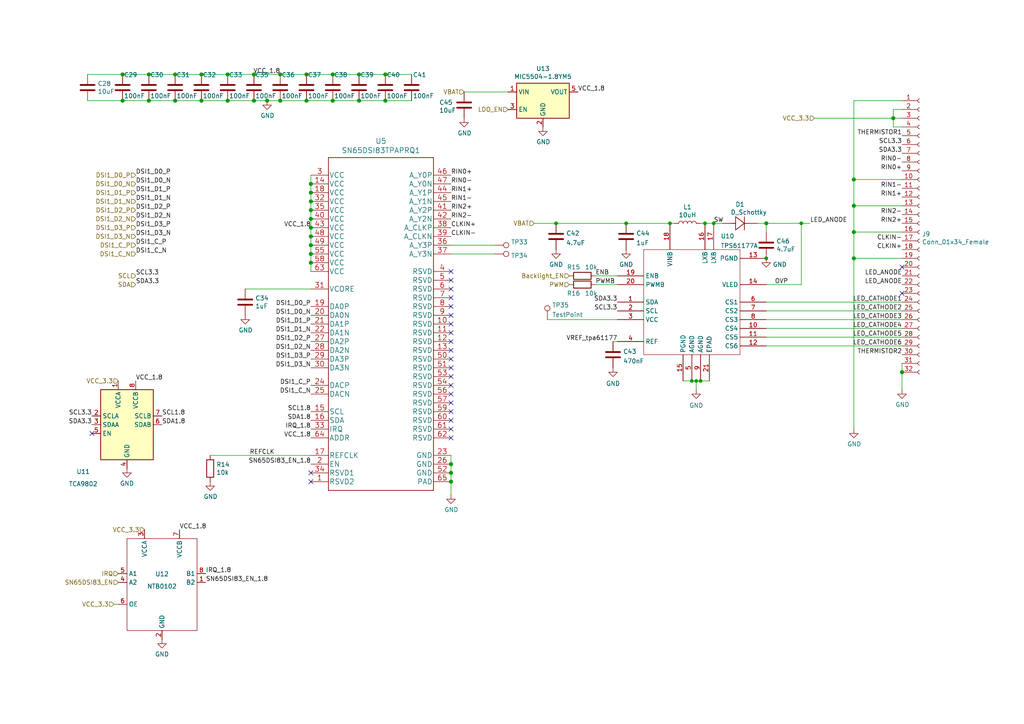
<source format=kicad_sch>
(kicad_sch (version 20211123) (generator eeschema)
  (paper "A4")
  (lib_symbols
    (symbol "Connector:Conn_01x32_Female" (pin_names (offset 1.016) hide)
      (property "Reference" "J" (at 0 40.64 0))
      (property "Value" "Conn_01x32_Female" (at 0 -43.18 0))
      (symbol "Conn_01x32_Female_1_1"
        (arc (start 0 -40.132) (mid -0.508 -40.64) (end 0 -41.148) (stroke (width 0.1524)))
        (arc (start 0 -37.592) (mid -0.508 -38.1) (end 0 -38.608) (stroke (width 0.1524)))
        (arc (start 0 -35.052) (mid -0.508 -35.56) (end 0 -36.068) (stroke (width 0.1524)))
        (arc (start 0 -32.512) (mid -0.508 -33.02) (end 0 -33.528) (stroke (width 0.1524)))
        (arc (start 0 -29.972) (mid -0.508 -30.48) (end 0 -30.988) (stroke (width 0.1524)))
        (arc (start 0 -27.432) (mid -0.508 -27.94) (end 0 -28.448) (stroke (width 0.1524)))
        (arc (start 0 -24.892) (mid -0.508 -25.4) (end 0 -25.908) (stroke (width 0.1524)))
        (arc (start 0 -22.352) (mid -0.508 -22.86) (end 0 -23.368) (stroke (width 0.1524)))
        (arc (start 0 -19.812) (mid -0.508 -20.32) (end 0 -20.828) (stroke (width 0.1524)))
        (arc (start 0 -17.272) (mid -0.508 -17.78) (end 0 -18.288) (stroke (width 0.1524)))
        (arc (start 0 -14.732) (mid -0.508 -15.24) (end 0 -15.748) (stroke (width 0.1524)))
        (arc (start 0 -12.192) (mid -0.508 -12.7) (end 0 -13.208) (stroke (width 0.1524)))
        (arc (start 0 -9.652) (mid -0.508 -10.16) (end 0 -10.668) (stroke (width 0.1524)))
        (arc (start 0 -7.112) (mid -0.508 -7.62) (end 0 -8.128) (stroke (width 0.1524)))
        (arc (start 0 -4.572) (mid -0.508 -5.08) (end 0 -5.588) (stroke (width 0.1524)))
        (arc (start 0 -2.032) (mid -0.508 -2.54) (end 0 -3.048) (stroke (width 0.1524)))
        (polyline (pts (xy -1.27 -40.64) (xy -0.508 -40.64)) (stroke (width 0.1524)))
        (polyline (pts (xy -1.27 -38.1) (xy -0.508 -38.1)) (stroke (width 0.1524)))
        (polyline (pts (xy -1.27 -35.56) (xy -0.508 -35.56)) (stroke (width 0.1524)))
        (polyline (pts (xy -1.27 -33.02) (xy -0.508 -33.02)) (stroke (width 0.1524)))
        (polyline (pts (xy -1.27 -30.48) (xy -0.508 -30.48)) (stroke (width 0.1524)))
        (polyline (pts (xy -1.27 -27.94) (xy -0.508 -27.94)) (stroke (width 0.1524)))
        (polyline (pts (xy -1.27 -25.4) (xy -0.508 -25.4)) (stroke (width 0.1524)))
        (polyline (pts (xy -1.27 -22.86) (xy -0.508 -22.86)) (stroke (width 0.1524)))
        (polyline (pts (xy -1.27 -20.32) (xy -0.508 -20.32)) (stroke (width 0.1524)))
        (polyline (pts (xy -1.27 -17.78) (xy -0.508 -17.78)) (stroke (width 0.1524)))
        (polyline (pts (xy -1.27 -15.24) (xy -0.508 -15.24)) (stroke (width 0.1524)))
        (polyline (pts (xy -1.27 -12.7) (xy -0.508 -12.7)) (stroke (width 0.1524)))
        (polyline (pts (xy -1.27 -10.16) (xy -0.508 -10.16)) (stroke (width 0.1524)))
        (polyline (pts (xy -1.27 -7.62) (xy -0.508 -7.62)) (stroke (width 0.1524)))
        (polyline (pts (xy -1.27 -5.08) (xy -0.508 -5.08)) (stroke (width 0.1524)))
        (polyline (pts (xy -1.27 -2.54) (xy -0.508 -2.54)) (stroke (width 0.1524)))
        (polyline (pts (xy -1.27 0) (xy -0.508 0)) (stroke (width 0.1524)))
        (polyline (pts (xy -1.27 2.54) (xy -0.508 2.54)) (stroke (width 0.1524)))
        (polyline (pts (xy -1.27 5.08) (xy -0.508 5.08)) (stroke (width 0.1524)))
        (polyline (pts (xy -1.27 7.62) (xy -0.508 7.62)) (stroke (width 0.1524)))
        (polyline (pts (xy -1.27 10.16) (xy -0.508 10.16)) (stroke (width 0.1524)))
        (polyline (pts (xy -1.27 12.7) (xy -0.508 12.7)) (stroke (width 0.1524)))
        (polyline (pts (xy -1.27 15.24) (xy -0.508 15.24)) (stroke (width 0.1524)))
        (polyline (pts (xy -1.27 17.78) (xy -0.508 17.78)) (stroke (width 0.1524)))
        (polyline (pts (xy -1.27 20.32) (xy -0.508 20.32)) (stroke (width 0.1524)))
        (polyline (pts (xy -1.27 22.86) (xy -0.508 22.86)) (stroke (width 0.1524)))
        (polyline (pts (xy -1.27 25.4) (xy -0.508 25.4)) (stroke (width 0.1524)))
        (polyline (pts (xy -1.27 27.94) (xy -0.508 27.94)) (stroke (width 0.1524)))
        (polyline (pts (xy -1.27 30.48) (xy -0.508 30.48)) (stroke (width 0.1524)))
        (polyline (pts (xy -1.27 33.02) (xy -0.508 33.02)) (stroke (width 0.1524)))
        (polyline (pts (xy -1.27 35.56) (xy -0.508 35.56)) (stroke (width 0.1524)))
        (polyline (pts (xy -1.27 38.1) (xy -0.508 38.1)) (stroke (width 0.1524)))
        (arc (start 0 0.508) (mid -0.508 0) (end 0 -0.508) (stroke (width 0.1524)))
        (arc (start 0 3.048) (mid -0.508 2.54) (end 0 2.032) (stroke (width 0.1524)))
        (arc (start 0 5.588) (mid -0.508 5.08) (end 0 4.572) (stroke (width 0.1524)))
        (arc (start 0 8.128) (mid -0.508 7.62) (end 0 7.112) (stroke (width 0.1524)))
        (arc (start 0 10.668) (mid -0.508 10.16) (end 0 9.652) (stroke (width 0.1524)))
        (arc (start 0 13.208) (mid -0.508 12.7) (end 0 12.192) (stroke (width 0.1524)))
        (arc (start 0 15.748) (mid -0.508 15.24) (end 0 14.732) (stroke (width 0.1524)))
        (arc (start 0 18.288) (mid -0.508 17.78) (end 0 17.272) (stroke (width 0.1524)))
        (arc (start 0 20.828) (mid -0.508 20.32) (end 0 19.812) (stroke (width 0.1524)))
        (arc (start 0 23.368) (mid -0.508 22.86) (end 0 22.352) (stroke (width 0.1524)))
        (arc (start 0 25.908) (mid -0.508 25.4) (end 0 24.892) (stroke (width 0.1524)))
        (arc (start 0 28.448) (mid -0.508 27.94) (end 0 27.432) (stroke (width 0.1524)))
        (arc (start 0 30.988) (mid -0.508 30.48) (end 0 29.972) (stroke (width 0.1524)))
        (arc (start 0 33.528) (mid -0.508 33.02) (end 0 32.512) (stroke (width 0.1524)))
        (arc (start 0 36.068) (mid -0.508 35.56) (end 0 35.052) (stroke (width 0.1524)))
        (arc (start 0 38.608) (mid -0.508 38.1) (end 0 37.592) (stroke (width 0.1524)))
        (pin passive line (at -5.08 38.1 0) (length 3.81) (name "Pin_1") (number "1"))
        (pin passive line (at -5.08 15.24 0) (length 3.81) (name "Pin_10") (number "10"))
        (pin passive line (at -5.08 12.7 0) (length 3.81) (name "Pin_11") (number "11"))
        (pin passive line (at -5.08 10.16 0) (length 3.81) (name "Pin_12") (number "12"))
        (pin passive line (at -5.08 7.62 0) (length 3.81) (name "Pin_13") (number "13"))
        (pin passive line (at -5.08 5.08 0) (length 3.81) (name "Pin_14") (number "14"))
        (pin passive line (at -5.08 2.54 0) (length 3.81) (name "Pin_15") (number "15"))
        (pin passive line (at -5.08 0 0) (length 3.81) (name "Pin_16") (number "16"))
        (pin passive line (at -5.08 -2.54 0) (length 3.81) (name "Pin_17") (number "17"))
        (pin passive line (at -5.08 -5.08 0) (length 3.81) (name "Pin_18") (number "18"))
        (pin passive line (at -5.08 -7.62 0) (length 3.81) (name "Pin_19") (number "19"))
        (pin passive line (at -5.08 35.56 0) (length 3.81) (name "Pin_2") (number "2"))
        (pin passive line (at -5.08 -10.16 0) (length 3.81) (name "Pin_20") (number "20"))
        (pin passive line (at -5.08 -12.7 0) (length 3.81) (name "Pin_21") (number "21"))
        (pin passive line (at -5.08 -15.24 0) (length 3.81) (name "Pin_22") (number "22"))
        (pin passive line (at -5.08 -17.78 0) (length 3.81) (name "Pin_23") (number "23"))
        (pin passive line (at -5.08 -20.32 0) (length 3.81) (name "Pin_24") (number "24"))
        (pin passive line (at -5.08 -22.86 0) (length 3.81) (name "Pin_25") (number "25"))
        (pin passive line (at -5.08 -25.4 0) (length 3.81) (name "Pin_26") (number "26"))
        (pin passive line (at -5.08 -27.94 0) (length 3.81) (name "Pin_27") (number "27"))
        (pin passive line (at -5.08 -30.48 0) (length 3.81) (name "Pin_28") (number "28"))
        (pin passive line (at -5.08 -33.02 0) (length 3.81) (name "Pin_29") (number "29"))
        (pin passive line (at -5.08 33.02 0) (length 3.81) (name "Pin_3") (number "3"))
        (pin passive line (at -5.08 -35.56 0) (length 3.81) (name "Pin_30") (number "30"))
        (pin passive line (at -5.08 -38.1 0) (length 3.81) (name "Pin_31") (number "31"))
        (pin passive line (at -5.08 -40.64 0) (length 3.81) (name "Pin_32") (number "32"))
        (pin passive line (at -5.08 30.48 0) (length 3.81) (name "Pin_4") (number "4"))
        (pin passive line (at -5.08 27.94 0) (length 3.81) (name "Pin_5") (number "5"))
        (pin passive line (at -5.08 25.4 0) (length 3.81) (name "Pin_6") (number "6"))
        (pin passive line (at -5.08 22.86 0) (length 3.81) (name "Pin_7") (number "7"))
        (pin passive line (at -5.08 20.32 0) (length 3.81) (name "Pin_8") (number "8"))
        (pin passive line (at -5.08 17.78 0) (length 3.81) (name "Pin_9") (number "9"))
      )
    )
    (symbol "Connector:TestPoint" (pin_numbers hide) (pin_names (offset 0.762) hide)
      (property "Reference" "TP" (at 0 6.858 0))
      (property "Value" "TestPoint" (at 0 5.08 0))
      (symbol "TestPoint_0_1"
        (circle (center 0 3.302) (radius 0.762))
      )
      (symbol "TestPoint_1_1"
        (pin passive line (at 0 0 90) (length 2.54) (name "1") (number "1"))
      )
    )
    (symbol "Device:C" (pin_numbers hide) (pin_names (offset 0.254))
      (property "Reference" "C" (at 0.635 2.54 0))
      (property "Value" "C" (at 0.635 -2.54 0))
      (symbol "C_0_1"
        (polyline (pts (xy -2.032 -0.762) (xy 2.032 -0.762)) (stroke (width 0.508)))
        (polyline (pts (xy -2.032 0.762) (xy 2.032 0.762)) (stroke (width 0.508)))
      )
      (symbol "C_1_1"
        (pin passive line (at 0 3.81 270) (length 2.794) (name "~") (number "1"))
        (pin passive line (at 0 -3.81 90) (length 2.794) (name "~") (number "2"))
      )
    )
    (symbol "Device:L" (pin_numbers hide) (pin_names (offset 1.016) hide)
      (property "Reference" "L" (at -1.27 0 90))
      (property "Value" "L" (at 1.905 0 90))
      (symbol "L_0_1"
        (arc (start 0 -2.54) (mid 0.635 -1.905) (end 0 -1.27))
        (arc (start 0 -1.27) (mid 0.635 -0.635) (end 0 0))
        (arc (start 0 0) (mid 0.635 0.635) (end 0 1.27))
        (arc (start 0 1.27) (mid 0.635 1.905) (end 0 2.54))
      )
      (symbol "L_1_1"
        (pin passive line (at 0 3.81 270) (length 1.27) (name "1") (number "1"))
        (pin passive line (at 0 -3.81 90) (length 1.27) (name "2") (number "2"))
      )
    )
    (symbol "Device:R" (pin_numbers hide) (pin_names (offset 0))
      (property "Reference" "R" (at 2.032 0 90))
      (property "Value" "R" (at 0 0 90))
      (symbol "R_0_1"
        (rectangle (start -1.016 -2.54) (end 1.016 2.54) (stroke (width 0.254)))
      )
      (symbol "R_1_1"
        (pin passive line (at 0 3.81 270) (length 1.27) (name "~") (number "1"))
        (pin passive line (at 0 -3.81 90) (length 1.27) (name "~") (number "2"))
      )
    )
    (symbol "Interface:TCA9802"
      (property "Reference" "U" (at -7.62 11.43 0))
      (property "Value" "TCA9802" (at 5.08 11.43 0))
      (symbol "TCA9802_0_1"
        (rectangle (start -7.62 10.16) (end 7.62 -10.16) (stroke (width 0.254)) (fill (type background)))
      )
      (symbol "TCA9802_1_1"
        (pin power_in line (at -2.54 12.7 270) (length 2.54) (name "VCCA") (number "1"))
        (pin bidirectional line (at -10.16 2.54 0) (length 2.54) (name "SCLA") (number "2"))
        (pin bidirectional line (at -10.16 0 0) (length 2.54) (name "SDAA") (number "3"))
        (pin power_in line (at 0 -12.7 90) (length 2.54) (name "GND") (number "4"))
        (pin input line (at -10.16 -2.54 0) (length 2.54) (name "EN") (number "5"))
        (pin bidirectional line (at 10.16 0 180) (length 2.54) (name "SDAB") (number "6"))
        (pin bidirectional line (at 10.16 2.54 180) (length 2.54) (name "SCLB") (number "7"))
        (pin power_in line (at 2.54 12.7 270) (length 2.54) (name "VCCB") (number "8"))
      )
    )
    (symbol "NTB0102:NTB0102"
      (property "Reference" "U" (at 0 3.81 0))
      (property "Value" "NTB0102" (at 0 -3.81 0))
      (symbol "NTB0102_0_1"
        (rectangle (start -10.16 11.43) (end 10.16 -15.24) (stroke (width 0.1524)))
      )
      (symbol "NTB0102_1_1"
        (pin bidirectional line (at 12.7 -1.27 180) (length 2.54) (name "B2") (number "1"))
        (pin power_in line (at 0 -17.78 90) (length 2.54) (name "GND") (number "2"))
        (pin power_in line (at -5.08 13.97 270) (length 2.54) (name "VCCA") (number "3"))
        (pin bidirectional line (at -12.7 -1.27 0) (length 2.54) (name "A2") (number "4"))
        (pin bidirectional line (at -12.7 1.27 0) (length 2.54) (name "A1") (number "5"))
        (pin input line (at -12.7 -7.62 0) (length 2.54) (name "OE") (number "6"))
        (pin power_in line (at 5.08 13.97 270) (length 2.54) (name "VCCB") (number "7"))
        (pin bidirectional line (at 12.7 1.27 180) (length 2.54) (name "B1") (number "8"))
      )
    )
    (symbol "PMEG4010EPK_315:PMEG4010EPK_315" (pin_numbers hide) (pin_names (offset -1.651) hide)
      (property "Reference" "CR" (at 0 4.445 0))
      (property "Value" "PMEG4010EPK_315" (at 0 -7.62 0))
      (symbol "PMEG4010EPK_315_1_1"
        (polyline (pts (xy -2.54 0) (xy -1.6002 0)) (stroke (width 0.2032)))
        (polyline (pts (xy -1.905 0) (xy -1.27 0)) (stroke (width 0.2032)))
        (polyline (pts (xy -1.27 -1.905) (xy 1.27 0)) (stroke (width 0.2032)))
        (polyline (pts (xy -1.27 1.905) (xy -1.27 -1.905)) (stroke (width 0.2032)))
        (polyline (pts (xy 1.27 -1.905) (xy 1.27 1.905)) (stroke (width 0.2032)))
        (polyline (pts (xy 1.27 0) (xy -1.27 1.905)) (stroke (width 0.2032)))
        (polyline (pts (xy 1.27 0) (xy 2.54 0)) (stroke (width 0.2032)))
        (pin passive line (at 5.08 0 180) (length 2.54) (name "1") (number "1"))
        (pin passive line (at -5.08 0 0) (length 2.54) (name "2") (number "2"))
      )
    )
    (symbol "Regulator_Linear:MIC5504-1.8YM5"
      (property "Reference" "U" (at -7.62 8.89 0))
      (property "Value" "MIC5504-1.8YM5" (at -7.62 6.35 0))
      (symbol "MIC5504-1.8YM5_0_1"
        (rectangle (start -7.62 -5.08) (end 7.62 5.08) (stroke (width 0.254)) (fill (type background)))
      )
      (symbol "MIC5504-1.8YM5_1_1"
        (pin power_in line (at -10.16 2.54 0) (length 2.54) (name "VIN") (number "1"))
        (pin power_in line (at 0 -7.62 90) (length 2.54) (name "GND") (number "2"))
        (pin input line (at -10.16 -2.54 0) (length 2.54) (name "EN") (number "3"))
        (pin no_connect line (at 7.62 -2.54 180) (length 2.54) hide (name "NC") (number "4"))
        (pin power_out line (at 10.16 2.54 180) (length 2.54) (name "VOUT") (number "5"))
      )
    )
    (symbol "SN65DSI83TPAPRQ1:SN65DSI83TPAPRQ1" (pin_names (offset 0.254))
      (property "Reference" "U" (at 0 2.54 0))
      (property "Value" "SN65DSI83TPAPRQ1" (at 0 0 0))
      (symbol "SN65DSI83TPAPRQ1_1_1"
        (polyline (pts (xy -15.24 -48.26) (xy 15.24 -48.26)) (stroke (width 0.2032)))
        (polyline (pts (xy -15.24 48.26) (xy -15.24 -48.26)) (stroke (width 0.2032)))
        (polyline (pts (xy 15.24 -48.26) (xy 15.24 48.26)) (stroke (width 0.2032)))
        (polyline (pts (xy 15.24 48.26) (xy -15.24 48.26)) (stroke (width 0.2032)))
        (pin unspecified line (at -20.32 -45.72 0) (length 5.08) (name "RSVD2") (number "1"))
        (pin unspecified line (at 20.32 0 180) (length 5.08) (name "RSVD") (number "10"))
        (pin unspecified line (at 20.32 -2.54 180) (length 5.08) (name "RSVD") (number "11"))
        (pin unspecified line (at 20.32 -5.08 180) (length 5.08) (name "RSVD") (number "12"))
        (pin unspecified line (at 20.32 -7.62 180) (length 5.08) (name "RSVD") (number "13"))
        (pin power_in line (at -20.32 40.64 0) (length 5.08) (name "VCC") (number "14"))
        (pin input line (at -20.32 -25.4 0) (length 5.08) (name "SCL") (number "15"))
        (pin bidirectional line (at -20.32 -27.94 0) (length 5.08) (name "SDA") (number "16"))
        (pin input line (at -20.32 -38.1 0) (length 5.08) (name "REFCLK") (number "17"))
        (pin power_in line (at -20.32 38.1 0) (length 5.08) (name "VCC") (number "18"))
        (pin input line (at -20.32 5.08 0) (length 5.08) (name "DA0P") (number "19"))
        (pin input line (at -20.32 -40.64 0) (length 5.08) (name "EN") (number "2"))
        (pin input line (at -20.32 2.54 0) (length 5.08) (name "DA0N") (number "20"))
        (pin input line (at -20.32 0 0) (length 5.08) (name "DA1P") (number "21"))
        (pin input line (at -20.32 -2.54 0) (length 5.08) (name "DA1N") (number "22"))
        (pin power_in line (at 20.32 -38.1 180) (length 5.08) (name "GND") (number "23"))
        (pin input line (at -20.32 -17.78 0) (length 5.08) (name "DACP") (number "24"))
        (pin input line (at -20.32 -20.32 0) (length 5.08) (name "DACN") (number "25"))
        (pin power_in line (at 20.32 -40.64 180) (length 5.08) (name "GND") (number "26"))
        (pin input line (at -20.32 -5.08 0) (length 5.08) (name "DA2P") (number "27"))
        (pin input line (at -20.32 -7.62 0) (length 5.08) (name "DA2N") (number "28"))
        (pin input line (at -20.32 -10.16 0) (length 5.08) (name "DA3P") (number "29"))
        (pin power_in line (at -20.32 43.18 0) (length 5.08) (name "VCC") (number "3"))
        (pin input line (at -20.32 -12.7 0) (length 5.08) (name "DA3N") (number "30"))
        (pin power_out line (at -20.32 10.16 0) (length 5.08) (name "VCORE") (number "31"))
        (pin power_in line (at -20.32 35.56 0) (length 5.08) (name "VCC") (number "32"))
        (pin output line (at -20.32 -30.48 0) (length 5.08) (name "IRQ") (number "33"))
        (pin unspecified line (at -20.32 -43.18 0) (length 5.08) (name "RSVD1") (number "34"))
        (pin power_in line (at -20.32 33.02 0) (length 5.08) (name "VCC") (number "35"))
        (pin output line (at 20.32 22.86 180) (length 5.08) (name "A_Y3P") (number "36"))
        (pin output line (at 20.32 20.32 180) (length 5.08) (name "A_Y3N") (number "37"))
        (pin output line (at 20.32 27.94 180) (length 5.08) (name "A_CLKP") (number "38"))
        (pin output line (at 20.32 25.4 180) (length 5.08) (name "A_CLKN") (number "39"))
        (pin unspecified line (at 20.32 15.24 180) (length 5.08) (name "RSVD") (number "4"))
        (pin power_in line (at -20.32 30.48 0) (length 5.08) (name "VCC") (number "40"))
        (pin output line (at 20.32 33.02 180) (length 5.08) (name "A_Y2P") (number "41"))
        (pin output line (at 20.32 30.48 180) (length 5.08) (name "A_Y2N") (number "42"))
        (pin power_in line (at -20.32 27.94 0) (length 5.08) (name "VCC") (number "43"))
        (pin output line (at 20.32 38.1 180) (length 5.08) (name "A_Y1P") (number "44"))
        (pin output line (at 20.32 35.56 180) (length 5.08) (name "A_Y1N") (number "45"))
        (pin output line (at 20.32 43.18 180) (length 5.08) (name "A_Y0P") (number "46"))
        (pin output line (at 20.32 40.64 180) (length 5.08) (name "A_Y0N") (number "47"))
        (pin power_in line (at -20.32 25.4 0) (length 5.08) (name "VCC") (number "48"))
        (pin power_in line (at -20.32 22.86 0) (length 5.08) (name "VCC") (number "49"))
        (pin unspecified line (at 20.32 12.7 180) (length 5.08) (name "RSVD") (number "5"))
        (pin unspecified line (at 20.32 -10.16 180) (length 5.08) (name "RSVD") (number "50"))
        (pin unspecified line (at 20.32 -12.7 180) (length 5.08) (name "RSVD") (number "51"))
        (pin power_in line (at 20.32 -43.18 180) (length 5.08) (name "GND") (number "52"))
        (pin unspecified line (at 20.32 -15.24 180) (length 5.08) (name "RSVD") (number "53"))
        (pin unspecified line (at 20.32 -17.78 180) (length 5.08) (name "RSVD") (number "54"))
        (pin power_in line (at -20.32 20.32 0) (length 5.08) (name "VCC") (number "55"))
        (pin unspecified line (at 20.32 -20.32 180) (length 5.08) (name "RSVD") (number "56"))
        (pin unspecified line (at 20.32 -22.86 180) (length 5.08) (name "RSVD") (number "57"))
        (pin power_in line (at -20.32 17.78 0) (length 5.08) (name "VCC") (number "58"))
        (pin unspecified line (at 20.32 -25.4 180) (length 5.08) (name "RSVD") (number "59"))
        (pin unspecified line (at 20.32 10.16 180) (length 5.08) (name "RSVD") (number "6"))
        (pin unspecified line (at 20.32 -27.94 180) (length 5.08) (name "RSVD") (number "60"))
        (pin unspecified line (at 20.32 -30.48 180) (length 5.08) (name "RSVD") (number "61"))
        (pin unspecified line (at 20.32 -33.02 180) (length 5.08) (name "RSVD") (number "62"))
        (pin power_in line (at -20.32 15.24 0) (length 5.08) (name "VCC") (number "63"))
        (pin input line (at -20.32 -33.02 0) (length 5.08) (name "ADDR") (number "64"))
        (pin power_in line (at 20.32 -45.72 180) (length 5.08) (name "PAD") (number "65"))
        (pin unspecified line (at 20.32 7.62 180) (length 5.08) (name "RSVD") (number "7"))
        (pin unspecified line (at 20.32 5.08 180) (length 5.08) (name "RSVD") (number "8"))
        (pin unspecified line (at 20.32 2.54 180) (length 5.08) (name "RSVD") (number "9"))
      )
    )
    (symbol "power:GND" (power) (pin_names (offset 0))
      (property "Value" "GND" (at 0 -3.81 0))
      (symbol "GND_0_1"
        (polyline (pts (xy 0 0) (xy 0 -1.27) (xy 1.27 -1.27) (xy 0 -2.54) (xy -1.27 -1.27) (xy 0 -1.27)))
      )
      (symbol "GND_1_1"
        (pin power_in line (at 0 0 270) (length 0) hide (name "GND") (number "1"))
      )
    )
    (symbol "tps61177:TPS61177A"
      (property "Reference" "U" (at 0 0 0))
      (property "Value" "TPS61177A" (at 0 0 0))
      (symbol "TPS61177A_0_0"
        (pin power_in line (at -1.27 -22.86 90) (length 7.62) (name "AGND") (number "5"))
      )
      (symbol "TPS61177A_1_1"
        (polyline (pts (xy -15.24 -15.24) (xy 12.7 -15.24)) (stroke (width 0.127)))
        (polyline (pts (xy -15.24 15.24) (xy -15.24 -15.24)) (stroke (width 0.127)))
        (polyline (pts (xy 12.7 -15.24) (xy 12.7 15.24)) (stroke (width 0.127)))
        (polyline (pts (xy 12.7 15.24) (xy -15.24 15.24)) (stroke (width 0.127)))
        (pin input line (at -22.86 0 0) (length 7.62) (name "SDA") (number "1"))
        (pin input line (at 20.32 -7.62 180) (length 7.62) (name "CS4") (number "10"))
        (pin input line (at 20.32 -10.16 180) (length 7.62) (name "CS5") (number "11"))
        (pin input line (at 20.32 -12.7 180) (length 7.62) (name "CS6") (number "12"))
        (pin power_in line (at 20.32 12.7 180) (length 7.62) (name "PGND") (number "13"))
        (pin output line (at 20.32 5.08 180) (length 7.62) (name "VLED") (number "14"))
        (pin power_out line (at -3.81 -22.86 90) (length 7.62) (name "PGND") (number "15"))
        (pin power_out line (at 2.54 22.86 270) (length 7.62) (name "LXB") (number "16"))
        (pin power_out line (at 5.08 22.86 270) (length 7.62) (name "LXB") (number "17"))
        (pin power_in line (at -7.62 22.86 270) (length 7.62) (name "VINB") (number "18"))
        (pin input line (at -22.86 7.62 0) (length 7.62) (name "ENB") (number "19"))
        (pin input line (at -22.86 -2.54 0) (length 7.62) (name "SCL") (number "2"))
        (pin input line (at -22.86 5.08 0) (length 7.62) (name "PWMB") (number "20"))
        (pin power_in line (at 3.81 -22.86 90) (length 7.62) (name "EPAD") (number "21"))
        (pin power_in line (at -22.86 -5.08 0) (length 7.62) (name "VCC") (number "3"))
        (pin power_out line (at -22.86 -11.43 0) (length 7.62) (name "REF") (number "4"))
        (pin input line (at 20.32 0 180) (length 7.62) (name "CS1") (number "6"))
        (pin input line (at 20.32 -2.54 180) (length 7.62) (name "CS2") (number "7"))
        (pin input line (at 20.32 -5.08 180) (length 7.62) (name "CS3") (number "8"))
        (pin power_in line (at 1.27 -22.86 90) (length 7.62) (name "AGND") (number "9"))
      )
    )
  )
  (junction (at 90.17 71.12) (diameter 1.016))
  (junction (at 130.81 134.62) (diameter 1.016))
  (junction (at 181.61 64.77))
  (junction (at 90.17 73.66) (diameter 1.016))
  (junction (at 90.17 55.88) (diameter 1.016))
  (junction (at 35.56 29.21) (diameter 1.016))
  (junction (at 200.66 110.49))
  (junction (at 81.28 21.59) (diameter 1.016))
  (junction (at 88.9 29.21) (diameter 1.016))
  (junction (at 58.42 29.21) (diameter 1.016))
  (junction (at 90.17 58.42) (diameter 1.016))
  (junction (at 66.04 21.59) (diameter 1.016))
  (junction (at 194.31 64.77))
  (junction (at 50.8 29.21) (diameter 1.016))
  (junction (at 247.65 67.31) (diameter 1.016))
  (junction (at 203.2 110.49))
  (junction (at 261.62 107.95) (diameter 1.016))
  (junction (at 222.25 64.77) (diameter 1.016))
  (junction (at 43.18 21.59) (diameter 1.016))
  (junction (at 88.9 21.59) (diameter 1.016))
  (junction (at 77.47 29.21) (diameter 1.016))
  (junction (at 247.65 59.69) (diameter 1.016))
  (junction (at 58.42 21.59) (diameter 1.016))
  (junction (at 90.17 66.04) (diameter 1.016))
  (junction (at 111.76 29.21) (diameter 1.016))
  (junction (at 96.52 21.59) (diameter 1.016))
  (junction (at 35.56 21.59) (diameter 1.016))
  (junction (at 111.76 21.59) (diameter 1.016))
  (junction (at 90.17 68.58) (diameter 1.016))
  (junction (at 247.65 52.07) (diameter 1.016))
  (junction (at 201.93 110.49))
  (junction (at 104.14 21.59) (diameter 1.016))
  (junction (at 90.17 53.34) (diameter 1.016))
  (junction (at 130.81 137.16) (diameter 1.016))
  (junction (at 50.8 21.59) (diameter 1.016))
  (junction (at 204.47 64.77))
  (junction (at 207.01 64.77))
  (junction (at 66.04 29.21) (diameter 1.016))
  (junction (at 81.28 29.21) (diameter 1.016))
  (junction (at 90.17 63.5) (diameter 1.016))
  (junction (at 104.14 29.21) (diameter 1.016))
  (junction (at 130.81 139.7) (diameter 1.016))
  (junction (at 90.17 60.96) (diameter 1.016))
  (junction (at 73.66 21.59) (diameter 1.016))
  (junction (at 96.52 29.21) (diameter 1.016))
  (junction (at 247.65 74.93) (diameter 1.016))
  (junction (at 90.17 76.2) (diameter 1.016))
  (junction (at 222.25 74.93))
  (junction (at 161.29 64.77))
  (junction (at 232.41 64.77))
  (junction (at 43.18 29.21) (diameter 1.016))
  (junction (at 259.08 34.29) (diameter 1.016))
  (junction (at 73.66 29.21) (diameter 1.016))
  (no_connect (at 261.62 85.09))
  (no_connect (at 130.81 78.74))
  (no_connect (at 130.81 81.28))
  (no_connect (at 130.81 83.82))
  (no_connect (at 130.81 86.36))
  (no_connect (at 130.81 88.9))
  (no_connect (at 130.81 91.44))
  (no_connect (at 130.81 93.98))
  (no_connect (at 130.81 96.52))
  (no_connect (at 130.81 99.06))
  (no_connect (at 130.81 101.6))
  (no_connect (at 130.81 104.14))
  (no_connect (at 130.81 106.68))
  (no_connect (at 130.81 109.22))
  (no_connect (at 130.81 111.76))
  (no_connect (at 130.81 114.3))
  (no_connect (at 130.81 116.84))
  (no_connect (at 130.81 119.38))
  (no_connect (at 130.81 121.92))
  (no_connect (at 130.81 124.46))
  (no_connect (at 130.81 127))
  (no_connect (at 90.17 137.16))
  (no_connect (at 90.17 139.7))
  (no_connect (at 261.62 77.47))
  (no_connect (at 26.67 125.73))
  (wire (pts (xy 201.93 110.49) (xy 203.2 110.49)))
  (wire (pts (xy 232.41 64.77) (xy 234.95 64.77)))
  (wire (pts (xy 222.25 92.71) (xy 261.62 92.71)))
  (wire (pts (xy 198.12 110.49) (xy 200.66 110.49)))
  (wire (pts (xy 222.25 95.25) (xy 261.62 95.25)))
  (wire (pts (xy 247.65 67.31) (xy 261.62 67.31)))
  (wire (pts (xy 247.65 29.21) (xy 261.62 29.21)))
  (wire (pts (xy 247.65 52.07) (xy 247.65 29.21)))
  (wire (pts (xy 247.65 52.07) (xy 247.65 59.69)))
  (wire (pts (xy 247.65 59.69) (xy 247.65 67.31)))
  (wire (pts (xy 247.65 67.31) (xy 247.65 74.93)))
  (wire (pts (xy 247.65 74.93) (xy 247.65 124.46)))
  (wire (pts (xy 130.81 132.08) (xy 130.81 134.62)))
  (wire (pts (xy 130.81 134.62) (xy 130.81 137.16)))
  (wire (pts (xy 130.81 137.16) (xy 130.81 139.7)))
  (wire (pts (xy 130.81 139.7) (xy 130.81 143.51)))
  (wire (pts (xy 247.65 52.07) (xy 261.62 52.07)))
  (wire (pts (xy 222.25 100.33) (xy 261.62 100.33)))
  (wire (pts (xy 222.25 64.77) (xy 219.71 64.77)))
  (wire (pts (xy 261.62 105.41) (xy 261.62 107.95)))
  (wire (pts (xy 261.62 107.95) (xy 261.62 113.03)))
  (wire (pts (xy 203.2 64.77) (xy 204.47 64.77)))
  (wire (pts (xy 60.96 132.08) (xy 90.17 132.08)))
  (wire (pts (xy 261.62 59.69) (xy 247.65 59.69)))
  (wire (pts (xy 200.66 110.49) (xy 201.93 110.49)))
  (wire (pts (xy 207.01 64.77) (xy 209.55 64.77)))
  (wire (pts (xy 25.4 29.21) (xy 35.56 29.21)))
  (wire (pts (xy 222.25 90.17) (xy 261.62 90.17)))
  (wire (pts (xy 204.47 64.77) (xy 207.01 64.77)))
  (wire (pts (xy 203.2 110.49) (xy 205.74 110.49)))
  (wire (pts (xy 71.12 83.82) (xy 90.17 83.82)))
  (wire (pts (xy 25.4 21.59) (xy 35.56 21.59)))
  (wire (pts (xy 194.31 64.77) (xy 195.58 64.77)))
  (wire (pts (xy 35.56 29.21) (xy 43.18 29.21)))
  (wire (pts (xy 43.18 29.21) (xy 50.8 29.21)))
  (wire (pts (xy 50.8 29.21) (xy 58.42 29.21)))
  (wire (pts (xy 58.42 29.21) (xy 66.04 29.21)))
  (wire (pts (xy 66.04 29.21) (xy 73.66 29.21)))
  (wire (pts (xy 73.66 29.21) (xy 77.47 29.21)))
  (wire (pts (xy 77.47 29.21) (xy 81.28 29.21)))
  (wire (pts (xy 81.28 29.21) (xy 88.9 29.21)))
  (wire (pts (xy 88.9 29.21) (xy 96.52 29.21)))
  (wire (pts (xy 96.52 29.21) (xy 104.14 29.21)))
  (wire (pts (xy 104.14 29.21) (xy 111.76 29.21)))
  (wire (pts (xy 111.76 29.21) (xy 119.38 29.21)))
  (wire (pts (xy 130.81 71.12) (xy 143.51 71.12)))
  (wire (pts (xy 232.41 64.77) (xy 232.41 82.55)))
  (wire (pts (xy 154.94 64.77) (xy 161.29 64.77)))
  (wire (pts (xy 35.56 21.59) (xy 43.18 21.59)))
  (wire (pts (xy 43.18 21.59) (xy 50.8 21.59)))
  (wire (pts (xy 50.8 21.59) (xy 58.42 21.59)))
  (wire (pts (xy 58.42 21.59) (xy 66.04 21.59)))
  (wire (pts (xy 66.04 21.59) (xy 73.66 21.59)))
  (wire (pts (xy 73.66 21.59) (xy 81.28 21.59)))
  (wire (pts (xy 81.28 21.59) (xy 88.9 21.59)))
  (wire (pts (xy 88.9 21.59) (xy 96.52 21.59)))
  (wire (pts (xy 96.52 21.59) (xy 104.14 21.59)))
  (wire (pts (xy 104.14 21.59) (xy 111.76 21.59)))
  (wire (pts (xy 111.76 21.59) (xy 119.38 21.59)))
  (wire (pts (xy 259.08 34.29) (xy 261.62 34.29)))
  (wire (pts (xy 222.25 82.55) (xy 232.41 82.55)))
  (wire (pts (xy 90.17 50.8) (xy 90.17 53.34)))
  (wire (pts (xy 90.17 53.34) (xy 90.17 55.88)))
  (wire (pts (xy 90.17 55.88) (xy 90.17 58.42)))
  (wire (pts (xy 90.17 58.42) (xy 90.17 60.96)))
  (wire (pts (xy 90.17 60.96) (xy 90.17 63.5)))
  (wire (pts (xy 90.17 63.5) (xy 90.17 66.04)))
  (wire (pts (xy 90.17 66.04) (xy 90.17 68.58)))
  (wire (pts (xy 90.17 68.58) (xy 90.17 71.12)))
  (wire (pts (xy 90.17 71.12) (xy 90.17 73.66)))
  (wire (pts (xy 90.17 73.66) (xy 90.17 76.2)))
  (wire (pts (xy 90.17 76.2) (xy 90.17 78.74)))
  (wire (pts (xy 222.25 67.31) (xy 222.25 64.77)))
  (wire (pts (xy 181.61 64.77) (xy 194.31 64.77)))
  (wire (pts (xy 134.62 26.67) (xy 147.32 26.67)))
  (wire (pts (xy 177.8 99.06) (xy 179.07 99.06)))
  (wire (pts (xy 158.75 92.71) (xy 179.07 92.71)))
  (wire (pts (xy 161.29 64.77) (xy 181.61 64.77)))
  (wire (pts (xy 247.65 74.93) (xy 261.62 74.93)))
  (wire (pts (xy 130.81 73.66) (xy 143.51 73.66)))
  (wire (pts (xy 201.93 110.49) (xy 201.93 113.03)))
  (wire (pts (xy 259.08 31.75) (xy 261.62 31.75)))
  (wire (pts (xy 259.08 34.29) (xy 259.08 31.75)))
  (wire (pts (xy 259.08 36.83) (xy 259.08 34.29)))
  (wire (pts (xy 261.62 36.83) (xy 259.08 36.83)))
  (wire (pts (xy 236.22 34.29) (xy 259.08 34.29)))
  (wire (pts (xy 232.41 64.77) (xy 222.25 64.77)))
  (wire (pts (xy 172.72 80.01) (xy 179.07 80.01)))
  (wire (pts (xy 172.72 82.55) (xy 179.07 82.55)))
  (wire (pts (xy 222.25 97.79) (xy 261.62 97.79)))
  (wire (pts (xy 34.29 175.26) (xy 33.02 175.26)))
  (wire (pts (xy 222.25 87.63) (xy 261.62 87.63)))
  (label "SCL3.3" (at 179.07 90.17 180))
  (label "SCL3.3" (at 26.67 120.65 180))
  (label "SCL3.3" (at 39.37 80.01 0))
  (label "VREF_tpa61177" (at 179.07 99.06 180))
  (label "VCC_1.8" (at 90.17 66.04 180))
  (label "ENB" (at 172.72 80.01 0))
  (label "DSI1_D1_P" (at 39.37 55.88 0))
  (label "RIN1-" (at 261.62 54.61 180))
  (label "SN65DSI83_EN_1.8" (at 59.69 168.91 0))
  (label "DSI1_D2_P" (at 39.37 60.96 0))
  (label "DSI1_D2_N" (at 90.17 101.6 180))
  (label "DSI1_D0_P" (at 39.37 50.8 0))
  (label "IRQ_1.8" (at 90.17 124.46 180))
  (label "DSI1_C_N" (at 39.37 73.66 0))
  (label "VCC_1.8" (at 81.28 21.59 180))
  (label "CLKIN+" (at 130.81 66.04 0))
  (label "DSI1_D1_N" (at 39.37 58.42 0))
  (label "DSI1_D0_N" (at 90.17 91.44 180))
  (label "LED_CATHODE2" (at 261.62 90.17 180))
  (label "VCC_1.8" (at 52.07 153.67 0))
  (label "SCL1.8" (at 46.99 120.65 0))
  (label "RIN0+" (at 261.62 49.53 180))
  (label "LED_CATHODE4" (at 261.62 95.25 180))
  (label "LED_CATHODE3" (at 261.62 92.71 180))
  (label "SDA1.8" (at 90.17 121.92 180))
  (label "DSI1_C_P" (at 90.17 111.76 180))
  (label "RIN2+" (at 130.81 60.96 0))
  (label "RIN1-" (at 130.81 58.42 0))
  (label "SDA3.3" (at 39.37 82.55 0))
  (label "LED_CATHODE6" (at 261.62 100.33 180))
  (label "RIN1+" (at 261.62 57.15 180))
  (label "CLKIN+" (at 261.62 72.39 180))
  (label "CLKIN-" (at 130.81 68.58 0))
  (label "LED_ANODE" (at 261.62 80.01 180))
  (label "DSI1_D1_P" (at 90.17 93.98 180))
  (label "RIN2+" (at 261.62 64.77 180))
  (label "VCC_1.8" (at 39.37 110.49 0))
  (label "DSI1_D1_N" (at 90.17 96.52 180))
  (label "SCL1.8" (at 90.17 119.38 180))
  (label "RIN0-" (at 261.62 46.99 180))
  (label "DSI1_D2_P" (at 90.17 99.06 180))
  (label "LED_ANODE" (at 261.62 82.55 180))
  (label "SDA3.3" (at 261.62 44.45 180))
  (label "SCL3.3" (at 261.62 41.91 180))
  (label "SW" (at 207.01 64.77 0))
  (label "DSI1_C_P" (at 39.37 71.12 0))
  (label "DSI1_D3_N" (at 39.37 68.58 0))
  (label "THERMISTOR2" (at 261.62 102.87 180))
  (label "RIN0-" (at 130.81 53.34 0))
  (label "IRQ_1.8" (at 59.69 166.37 0))
  (label "RIN0+" (at 130.81 50.8 0))
  (label "DSI1_D0_P" (at 90.17 88.9 180))
  (label "DSI1_D3_P" (at 39.37 66.04 0))
  (label "DSI1_C_N" (at 90.17 114.3 180))
  (label "VCC_1.8" (at 90.17 127 180))
  (label "DSI1_D0_N" (at 39.37 53.34 0))
  (label "THERMISTOR1" (at 261.62 39.37 180))
  (label "DSI1_D2_N" (at 39.37 63.5 0))
  (label "RIN1+" (at 130.81 55.88 0))
  (label "SDA1.8" (at 46.99 123.19 0))
  (label "LED_CATHODE5" (at 261.62 97.79 180))
  (label "LED_ANODE" (at 234.95 64.77 0))
  (label "VCC_1.8" (at 167.64 26.67 0))
  (label "DSI1_D3_P" (at 90.17 104.14 180))
  (label "SDA3.3" (at 26.67 123.19 180))
  (label "PWMB" (at 172.72 82.55 0))
  (label "LED_CATHODE1" (at 261.62 87.63 180))
  (label "RIN2-" (at 261.62 62.23 180))
  (label "DSI1_D3_N" (at 90.17 106.68 180))
  (label "RIN2-" (at 130.81 63.5 0))
  (label "OVP" (at 228.6 82.55 180))
  (label "SDA3.3" (at 179.07 87.63 180))
  (label "REFCLK" (at 72.39 132.08 0))
  (label "CLKIN-" (at 261.62 69.85 180))
  (label "SN65DSI83_EN_1.8" (at 90.17 134.62 180))
  (hierarchical_label "DSI1_D3_P" (shape input) (at 39.37 66.04 180))
  (hierarchical_label "LDO_EN" (shape input) (at 147.32 31.75 180))
  (hierarchical_label "SDA" (shape input) (at 39.37 82.55 180))
  (hierarchical_label "Backlight_EN" (shape input) (at 165.1 80.01 180))
  (hierarchical_label "DSI1_D2_P" (shape input) (at 39.37 60.96 180))
  (hierarchical_label "IRQ" (shape input) (at 34.29 166.37 180))
  (hierarchical_label "DSI1_D1_N" (shape input) (at 39.37 58.42 180))
  (hierarchical_label "SCL" (shape input) (at 39.37 80.01 180))
  (hierarchical_label "DSI1_D2_N" (shape input) (at 39.37 63.5 180))
  (hierarchical_label "DSI1_D0_N" (shape input) (at 39.37 53.34 180))
  (hierarchical_label "VCC_3.3" (shape input) (at 236.22 34.29 180))
  (hierarchical_label "VBAT" (shape input) (at 154.94 64.77 180))
  (hierarchical_label "VCC_3.3" (shape input) (at 41.91 153.67 180))
  (hierarchical_label "DSI1_D0_P" (shape input) (at 39.37 50.8 180))
  (hierarchical_label "VCC_3.3" (shape input) (at 33.02 175.26 180))
  (hierarchical_label "VCC_3.3" (shape input) (at 34.29 110.49 180))
  (hierarchical_label "DSI1_D1_P" (shape input) (at 39.37 55.88 180))
  (hierarchical_label "DSI1_C_P" (shape input) (at 39.37 71.12 180))
  (hierarchical_label "VBAT" (shape input) (at 134.62 26.67 180))
  (hierarchical_label "DSI1_D3_N" (shape input) (at 39.37 68.58 180))
  (hierarchical_label "PWM" (shape input) (at 165.1 82.55 180))
  (hierarchical_label "SN65DSI83_EN" (shape input) (at 34.29 168.91 180))
  (hierarchical_label "DSI1_C_N" (shape input) (at 39.37 73.66 180))
  (symbol (lib_id "Device:C") (at 25.4 25.4 0) (unit 1)
    (property "Reference" "C28" (at 28.3211 24.2506 0) (effects (justify left)))
    (property "Value" "10uF" (at 28.321 26.549 0) (effects (justify left)))
    (property "Footprint" "Capacitor_SMD:C_0402_1005Metric" (effects hide))
  )
  (symbol (lib_id "Connector:TestPoint") (at 143.51 71.12 270) (unit 1)
    (property "Reference" "TP33" (at 148.209 70.2115 90) (effects (justify left)))
    (property "Value" "TestPoint" (effects hide))
    (property "Footprint" "footprints:testpoint_small" (effects hide))
  )
  (symbol (lib_id "Device:C") (at 35.56 25.4 0) (unit 1)
    (property "Reference" "C29" (at 35.9411 21.7106 0) (effects (justify left)))
    (property "Value" "100nF" (at 35.941 27.819 0) (effects (justify left)))
    (property "Footprint" "Capacitor_SMD:C_0402_1005Metric" (effects hide))
  )
  (symbol (lib_id "Device:C") (at 58.42 25.4 0) (unit 1)
    (property "Reference" "C32" (at 58.8011 21.7106 0) (effects (justify left)))
    (property "Value" "100nF" (at 58.801 27.819 0) (effects (justify left)))
    (property "Footprint" "Capacitor_SMD:C_0402_1005Metric" (effects hide))
  )
  (symbol (lib_id "Device:C") (at 119.38 25.4 0) (unit 1)
    (property "Reference" "C41" (at 119.7611 21.7106 0) (effects (justify left)))
    (property "Value" "100nF" (at 119.761 27.819 0) (effects (justify left)))
    (property "Footprint" "Capacitor_SMD:C_0402_1005Metric" (effects hide))
  )
  (symbol (lib_id "Device:C") (at 96.52 25.4 0) (unit 1)
    (property "Reference" "C38" (at 96.9011 21.7106 0) (effects (justify left)))
    (property "Value" "100nF" (at 96.901 27.819 0) (effects (justify left)))
    (property "Footprint" "Capacitor_SMD:C_0402_1005Metric" (effects hide))
  )
  (symbol (lib_id "Device:C") (at 134.62 30.48 0) (unit 1)
    (property "Reference" "C45" (at 127.3811 29.7191 0) (effects (justify left)))
    (property "Value" "10uF" (at 127.3811 32.0178 0) (effects (justify left)))
    (property "Footprint" "Capacitor_SMD:C_0402_1005Metric" (effects hide))
  )
  (symbol (lib_id "Device:C") (at 88.9 25.4 0) (unit 1)
    (property "Reference" "C37" (at 89.2811 21.7106 0) (effects (justify left)))
    (property "Value" "100nF" (at 89.281 27.819 0) (effects (justify left)))
    (property "Footprint" "Capacitor_SMD:C_0402_1005Metric" (effects hide))
  )
  (symbol (lib_id "Device:C") (at 111.76 25.4 0) (unit 1)
    (property "Reference" "C40" (at 112.1411 21.7106 0) (effects (justify left)))
    (property "Value" "100nF" (at 112.141 27.819 0) (effects (justify left)))
    (property "Footprint" "Capacitor_SMD:C_0402_1005Metric" (effects hide))
  )
  (symbol (lib_id "power:GND") (at 201.93 113.03 0) (unit 1)
    (property "Reference" "#PWR0145" (effects hide))
    (property "Value" "GND" (at 201.93 117.5925 0))
  )
  (symbol (lib_id "power:GND") (at 157.48 36.83 0) (unit 1)
    (property "Reference" "#PWR0121" (effects hide))
    (property "Value" "GND" (at 157.5943 41.1544 0))
  )
  (symbol (lib_id "Connector:TestPoint") (at 158.75 92.71 0) (unit 1)
    (property "Reference" "TP35" (at 160.147 88.4995 0) (effects (justify left)))
    (property "Value" "TestPoint" (at 160.147 91.2746 0) (effects (justify left)))
    (property "Footprint" "footprints:testpoint_small" (effects hide))
  )
  (symbol (lib_id "power:GND") (at 181.61 72.39 0) (unit 1)
    (property "Reference" "#PWR0146" (effects hide))
    (property "Value" "GND" (at 181.61 76.7144 0))
  )
  (symbol (lib_id "Device:C") (at 66.04 25.4 0) (unit 1)
    (property "Reference" "C33" (at 66.4211 21.7106 0) (effects (justify left)))
    (property "Value" "100nF" (at 66.421 27.819 0) (effects (justify left)))
    (property "Footprint" "Capacitor_SMD:C_0402_1005Metric" (effects hide))
  )
  (symbol (lib_id "tps61177:TPS61177A") (at 201.93 87.63 0) (unit 1)
    (property "Reference" "U10" (at 209.0294 68.487 0) (effects (justify left)))
    (property "Value" "TPS61177A" (at 209.0294 71.2621 0) (effects (justify left)))
    (property "Footprint" "footprints:tps61177a" (effects hide))
    (property "Datasheet" "${KIPRJMOD}/datasheets/tps61177a.pdf" (effects hide))
  )
  (symbol (lib_id "Device:C") (at 50.8 25.4 0) (unit 1)
    (property "Reference" "C31" (at 51.1811 21.7106 0) (effects (justify left)))
    (property "Value" "100nF" (at 51.181 27.819 0) (effects (justify left)))
    (property "Footprint" "Capacitor_SMD:C_0402_1005Metric" (effects hide))
  )
  (symbol (lib_id "Device:C") (at 222.25 71.12 0) (unit 1)
    (property "Reference" "C46" (at 225.1711 69.9706 0) (effects (justify left)))
    (property "Value" "4.7uF" (at 225.171 72.269 0) (effects (justify left)))
    (property "Footprint" "Capacitor_SMD:C_0805_2012Metric" (effects hide))
  )
  (symbol (lib_id "Device:R") (at 168.91 80.01 270) (unit 1)
    (property "Reference" "R15" (at 166.37 77.47 90))
    (property "Value" "10k" (at 171.45 77.47 90))
    (property "Footprint" "Resistor_SMD:R_0402_1005Metric" (effects hide))
  )
  (symbol (lib_id "power:GND") (at 134.62 34.29 0) (unit 1)
    (property "Reference" "#PWR019" (effects hide))
    (property "Value" "GND" (at 134.7343 38.6144 0))
  )
  (symbol (lib_id "Interface:TCA9802") (at 36.83 123.19 0) (unit 1)
    (property "Reference" "U11" (at 24.13 136.7854 0))
    (property "Value" "TCA9802" (at 24.13 140.3541 0))
    (property "Footprint" "Package_SO:VSSOP-8_3.0x3.0mm_P0.65mm" (effects hide))
    (property "Datasheet" "http://www.ti.com/lit/ds/symlink/tca9802.pdf" (effects hide))
  )
  (symbol (lib_id "power:GND") (at 60.96 139.7 0) (unit 1)
    (property "Reference" "#PWR023" (effects hide))
    (property "Value" "GND" (at 61.0743 144.0244 0))
  )
  (symbol (lib_id "power:GND") (at 36.83 135.89 0) (unit 1)
    (property "Reference" "#PWR0128" (effects hide))
    (property "Value" "GND" (at 36.83 140.2144 0))
  )
  (symbol (lib_id "Device:R") (at 168.91 82.55 270) (unit 1)
    (property "Reference" "R16" (at 166.37 85.09 90))
    (property "Value" "10k" (at 171.45 85.09 90))
    (property "Footprint" "Resistor_SMD:R_0402_1005Metric" (effects hide))
  )
  (symbol (lib_id "power:GND") (at 247.65 124.46 0) (unit 1)
    (property "Reference" "#PWR033" (effects hide))
    (property "Value" "GND" (at 247.7643 128.7844 0))
  )
  (symbol (lib_id "power:GND") (at 222.25 74.93 0) (unit 1)
    (property "Reference" "#PWR0149" (effects hide))
    (property "Value" "GND" (at 226.1743 76.7144 0))
  )
  (symbol (lib_id "Device:C") (at 161.29 68.58 0) (unit 1)
    (property "Reference" "C42" (at 164.211 67.6715 0) (effects (justify left)))
    (property "Value" "4.7uF" (at 164.211 70.4466 0) (effects (justify left)))
    (property "Footprint" "Capacitor_SMD:C_0805_2012Metric" (effects hide))
  )
  (symbol (lib_id "power:GND") (at 161.29 72.39 0) (unit 1)
    (property "Reference" "#PWR0147" (effects hide))
    (property "Value" "GND" (at 161.29 76.7144 0))
  )
  (symbol (lib_id "Device:L") (at 199.39 64.77 90) (unit 1)
    (property "Reference" "L1" (at 199.39 60.0518 90))
    (property "Value" "10uH" (at 199.39 62.35 90))
    (property "Footprint" "footprints:LQH3NPZ100MGRL" (effects hide))
    (property "Datasheet" "https://search.murata.co.jp/Ceramy/image/img/P02/JELF243A-9130.pdf" (effects hide))
    (property "Digi-Key PN" "490-15956-1-ND" (effects hide))
  )
  (symbol (lib_id "Device:C") (at 104.14 25.4 0) (unit 1)
    (property "Reference" "C39" (at 104.5211 21.7106 0) (effects (justify left)))
    (property "Value" "100nF" (at 104.521 27.819 0) (effects (justify left)))
    (property "Footprint" "Capacitor_SMD:C_0402_1005Metric" (effects hide))
  )
  (symbol (lib_id "Device:C") (at 81.28 25.4 0) (unit 1)
    (property "Reference" "C36" (at 81.6611 21.7106 0) (effects (justify left)))
    (property "Value" "100nF" (at 81.661 27.819 0) (effects (justify left)))
    (property "Footprint" "Capacitor_SMD:C_0402_1005Metric" (effects hide))
  )
  (symbol (lib_id "Device:C") (at 73.66 25.4 0) (unit 1)
    (property "Reference" "C35" (at 74.0411 21.7106 0) (effects (justify left)))
    (property "Value" "100nF" (at 74.041 27.819 0) (effects (justify left)))
    (property "Footprint" "Capacitor_SMD:C_0402_1005Metric" (effects hide))
  )
  (symbol (lib_id "Device:C") (at 43.18 25.4 0) (unit 1)
    (property "Reference" "C30" (at 43.5611 21.7106 0) (effects (justify left)))
    (property "Value" "100nF" (at 43.561 27.819 0) (effects (justify left)))
    (property "Footprint" "Capacitor_SMD:C_0402_1005Metric" (effects hide))
  )
  (symbol (lib_id "Connector:Conn_01x32_Female") (at 266.7 67.31 0) (unit 1)
    (property "Reference" "J9" (at 267.411 67.888 0) (effects (justify left)))
    (property "Value" "Conn_01x34_Female" (at 267.4113 70.1865 0) (effects (justify left)))
    (property "Footprint" "footprints:20474-030E-11" (effects hide))
  )
  (symbol (lib_id "power:GND") (at 71.12 91.44 0) (unit 1)
    (property "Reference" "#PWR022" (effects hide))
    (property "Value" "GND" (at 71.2343 95.7644 0))
  )
  (symbol (lib_id "power:GND") (at 261.62 113.03 0) (unit 1)
    (property "Reference" "#PWR034" (effects hide))
    (property "Value" "GND" (at 261.7343 117.3544 0))
  )
  (symbol (lib_id "Device:C") (at 181.61 68.58 0) (unit 1)
    (property "Reference" "C44" (at 184.531 67.6715 0) (effects (justify left)))
    (property "Value" "1uF" (at 184.531 70.4466 0) (effects (justify left)))
    (property "Footprint" "Capacitor_SMD:C_0402_1005Metric" (effects hide))
  )
  (symbol (lib_id "PMEG4010EPK_315:PMEG4010EPK_315") (at 214.63 64.77 0) (unit 1)
    (property "Reference" "D1" (at 214.63 59.2898 0))
    (property "Value" "D_Schottky" (at 217.17 61.5885 0))
    (property "Footprint" "footprints:sba0450q" (effects hide))
    (property "Datasheet" "https://www.panjit.com.tw/upload/datasheet/SBA0520Q_SERIES.pdf" (effects hide))
  )
  (symbol (lib_id "Connector:TestPoint") (at 143.51 73.66 270) (unit 1)
    (property "Reference" "TP34" (at 148.209 74.139 90) (effects (justify left)))
    (property "Value" "TestPoint" (effects hide))
    (property "Footprint" "footprints:testpoint_small" (effects hide))
  )
  (symbol (lib_id "power:GND") (at 77.47 29.21 0) (unit 1)
    (property "Reference" "#PWR024" (effects hide))
    (property "Value" "GND" (at 77.5843 33.5344 0))
  )
  (symbol (lib_id "power:GND") (at 46.99 185.42 0) (unit 1)
    (property "Reference" "#PWR0127" (effects hide))
    (property "Value" "GND" (at 46.99 189.7444 0))
  )
  (symbol (lib_id "Device:C") (at 71.12 87.63 0) (unit 1)
    (property "Reference" "C34" (at 74.0411 86.4806 0) (effects (justify left)))
    (property "Value" "1uF" (at 74.041 88.779 0) (effects (justify left)))
    (property "Footprint" "Capacitor_SMD:C_0402_1005Metric" (effects hide))
  )
  (symbol (lib_id "Regulator_Linear:MIC5504-1.8YM5") (at 157.48 29.21 0) (unit 1)
    (property "Reference" "U13" (at 157.48 19.9198 0))
    (property "Value" "MIC5504-1.8YM5" (at 157.48 22.2185 0))
    (property "Footprint" "Package_TO_SOT_SMD:SOT-23-5" (effects hide))
    (property "Datasheet" "http://ww1.microchip.com/downloads/en/DeviceDoc/MIC550X.pdf" (effects hide))
  )
  (symbol (lib_id "NTB0102:NTB0102") (at 46.99 167.64 0) (unit 1)
    (property "Reference" "U12" (at 46.99 166.4928 0))
    (property "Value" "NTB0102" (at 46.99 170.0615 0))
    (property "Footprint" "footprints:SOT833-1" (effects hide))
  )
  (symbol (lib_id "Device:C") (at 177.8 102.87 0) (unit 1)
    (property "Reference" "C43" (at 180.721 101.9615 0) (effects (justify left)))
    (property "Value" "470nF" (at 180.721 104.7366 0) (effects (justify left)))
    (property "Footprint" "Capacitor_SMD:C_0402_1005Metric" (effects hide))
  )
  (symbol (lib_id "power:GND") (at 130.81 143.51 0) (unit 1)
    (property "Reference" "#PWR025" (effects hide))
    (property "Value" "GND" (at 130.9243 147.8344 0))
  )
  (symbol (lib_id "SN65DSI83TPAPRQ1:SN65DSI83TPAPRQ1") (at 110.49 93.98 0) (unit 1)
    (property "Reference" "U5" (at 110.49 40.9219 0) (effects (font (size 1.524 1.524))))
    (property "Value" "SN65DSI83TPAPRQ1" (at 110.49 43.6295 0) (effects (font (size 1.524 1.524))))
    (property "Footprint" "footprints:SN65DSI83TPAPRQ1" (effects hide))
    (property "Datasheet" "${KIPRJMOD}/datasheets/sn65dsi83-q1.pdf" (effects hide))
  )
  (symbol (lib_id "Device:R") (at 60.96 135.89 0) (unit 1)
    (property "Reference" "R14" (at 62.7381 134.7406 0) (effects (justify left)))
    (property "Value" "10k" (at 62.738 137.039 0) (effects (justify left)))
    (property "Footprint" "Resistor_SMD:R_0402_1005Metric" (effects hide))
  )
  (symbol (lib_id "power:GND") (at 177.8 106.68 0) (unit 1)
    (property "Reference" "#PWR0148" (effects hide))
    (property "Value" "GND" (at 177.8 111.2425 0))
  )
)
</source>
